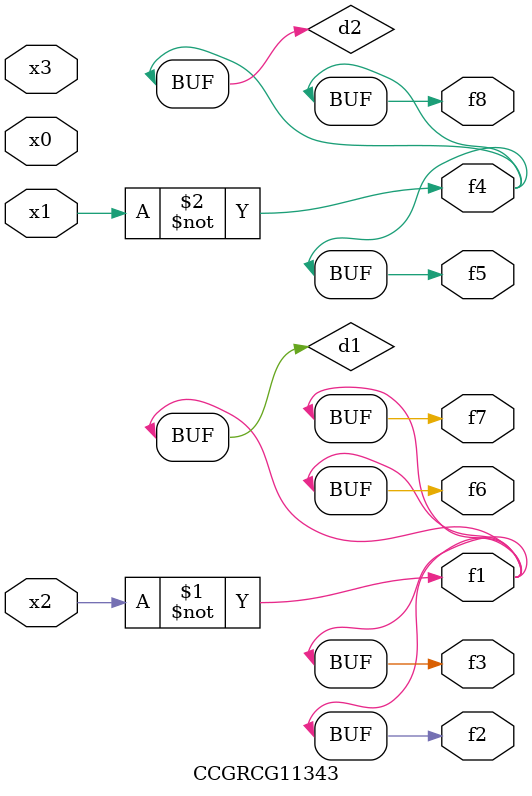
<source format=v>
module CCGRCG11343(
	input x0, x1, x2, x3,
	output f1, f2, f3, f4, f5, f6, f7, f8
);

	wire d1, d2;

	xnor (d1, x2);
	not (d2, x1);
	assign f1 = d1;
	assign f2 = d1;
	assign f3 = d1;
	assign f4 = d2;
	assign f5 = d2;
	assign f6 = d1;
	assign f7 = d1;
	assign f8 = d2;
endmodule

</source>
